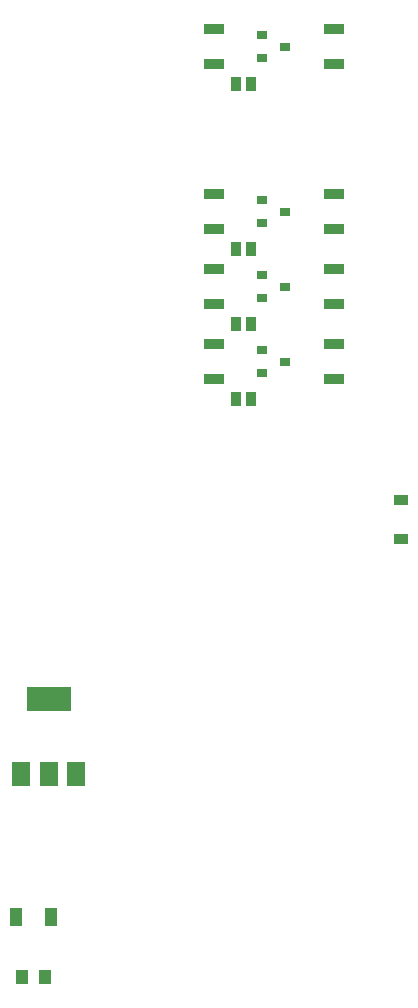
<source format=gtp>
G04 #@! TF.FileFunction,Paste,Top*
%FSLAX46Y46*%
G04 Gerber Fmt 4.6, Leading zero omitted, Abs format (unit mm)*
G04 Created by KiCad (PCBNEW 4.0.4-stable) date 12/21/17 08:36:57*
%MOMM*%
%LPD*%
G01*
G04 APERTURE LIST*
%ADD10C,0.250000*%
%ADD11R,1.000000X1.600000*%
%ADD12R,1.000000X1.250000*%
%ADD13R,0.900000X0.800000*%
%ADD14R,1.700000X0.900000*%
%ADD15R,1.200000X0.900000*%
%ADD16R,3.800000X2.000000*%
%ADD17R,1.500000X2.000000*%
%ADD18R,0.970000X1.270000*%
G04 APERTURE END LIST*
D10*
D11*
X89130000Y-148590000D03*
X86130000Y-148590000D03*
D12*
X88630000Y-153670000D03*
X86630000Y-153670000D03*
D13*
X106950000Y-100650000D03*
X106950000Y-102550000D03*
X108950000Y-101600000D03*
X106950000Y-94300000D03*
X106950000Y-96200000D03*
X108950000Y-95250000D03*
X106950000Y-87950000D03*
X106950000Y-89850000D03*
X108950000Y-88900000D03*
X106950000Y-73980000D03*
X106950000Y-75880000D03*
X108950000Y-74930000D03*
D14*
X102870000Y-100150000D03*
X102870000Y-103050000D03*
X102870000Y-93800000D03*
X102870000Y-96700000D03*
X102870000Y-87450000D03*
X102870000Y-90350000D03*
X102870000Y-73480000D03*
X102870000Y-76380000D03*
X113030000Y-100150000D03*
X113030000Y-103050000D03*
X113030000Y-93800000D03*
X113030000Y-96700000D03*
X113030000Y-87450000D03*
X113030000Y-90350000D03*
X113030000Y-73480000D03*
X113030000Y-76380000D03*
D15*
X118745000Y-116585000D03*
X118745000Y-113285000D03*
D16*
X88900000Y-130200000D03*
D17*
X88900000Y-136500000D03*
X91200000Y-136500000D03*
X86600000Y-136500000D03*
D18*
X104770000Y-98425000D03*
X106050000Y-98425000D03*
X104770000Y-92075000D03*
X106050000Y-92075000D03*
X104770000Y-104775000D03*
X106050000Y-104775000D03*
X104770000Y-78105000D03*
X106050000Y-78105000D03*
M02*

</source>
